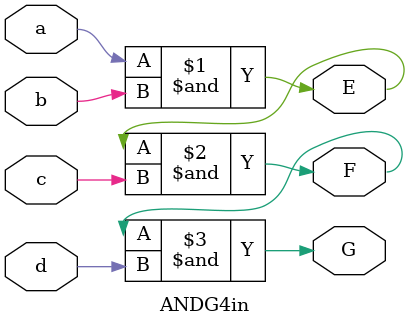
<source format=v>
`timescale 1ns / 1ps


module ANDG4in(
input a,b,c,d,
output E,F,G
    );
  
  
 assign E = a&b;
 assign F = E&c;
 assign G = F&d;  
  
endmodule

</source>
